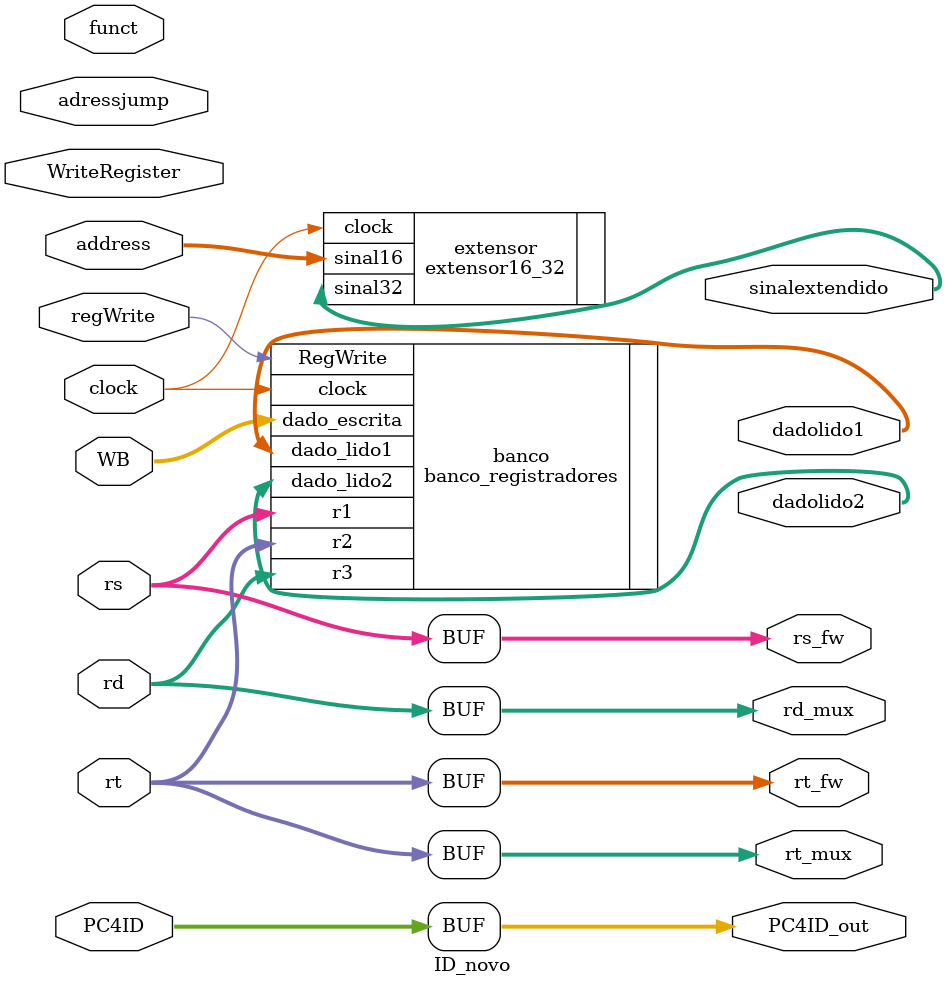
<source format=v>
`include "banco_registradores.v"
`include "extensor16_32.v"

module ID_novo(clock, rs, rt, rd, funct, address, adressjump, PC4ID, WB, WriteRegister, regWrite, dadolido1, dadolido2, sinalextendido, 
                rt_mux, rd_mux, rs_fw, rt_fw, PC4ID_out);

input clock;
input [4:0]rs;
input [4:0]rt;
input [4:0]rd;
input [5:0]funct;
input [15:0]address;
input [25:0]adressjump;
input [31:0]PC4ID;
input [31:0]WB;
input [4:0]WriteRegister;
input regWrite;

output [31:0]dadolido1;
output [31:0]dadolido2;
output [31:0]sinalextendido;
output reg [4:0]rt_mux;
output reg [4:0]rd_mux;
output reg [4:0]rs_fw;
output reg [4:0]rt_fw;
output reg [31:0]PC4ID_out;

initial begin
  rt_mux = rt;
  rt_fw = rt;
  rd_mux = rd;
  rs_fw = rs;
  PC4ID_out = PC4ID;
end




//input [31:0]WB;



banco_registradores banco(.clock(clock), .RegWrite(regWrite), .r1(rs), .r2(rt), .r3(rd), .dado_escrita(WB), .dado_lido1(dadolido1), .dado_lido2(dadolido2));

extensor16_32 extensor(.clock(clock), .sinal16(address), .sinal32(sinalextendido));

/*initial begin
    $monitor("clock = %b \n registrador1 = %b \n registrador2 = %b \n registradordestino = %b \n dado escrito = %b \n dado 1 = %b, dado 2 = %b, sinal extendido = %b", clock, reg1, reg2, RD, WB, saida1, saida2, sinal32saida);
    clock = 0;
    EscReg = 0;
    //#5 instrucao = 32'b00000000001000100000000000000001;
    #5 RD = 32'b00000;
    //WB = 32'b00000000001000100000000000000000;
    
    #40 $finish;
end

always begin
  #5 clock = ~clock;
end*/

//banco_registradores banco(.clock(clock), .RegWrite(EscReg), .r1(reg1), .r2(reg2), .r3(RD), .dado_escrita(WB), .dado_lido1(saida1), .dado_lido2(saida2));

//extensor16_32 extensor(.clock(clock), .sinal16(sinal16entrada), .sinal32(sinal32saida));

endmodule
</source>
